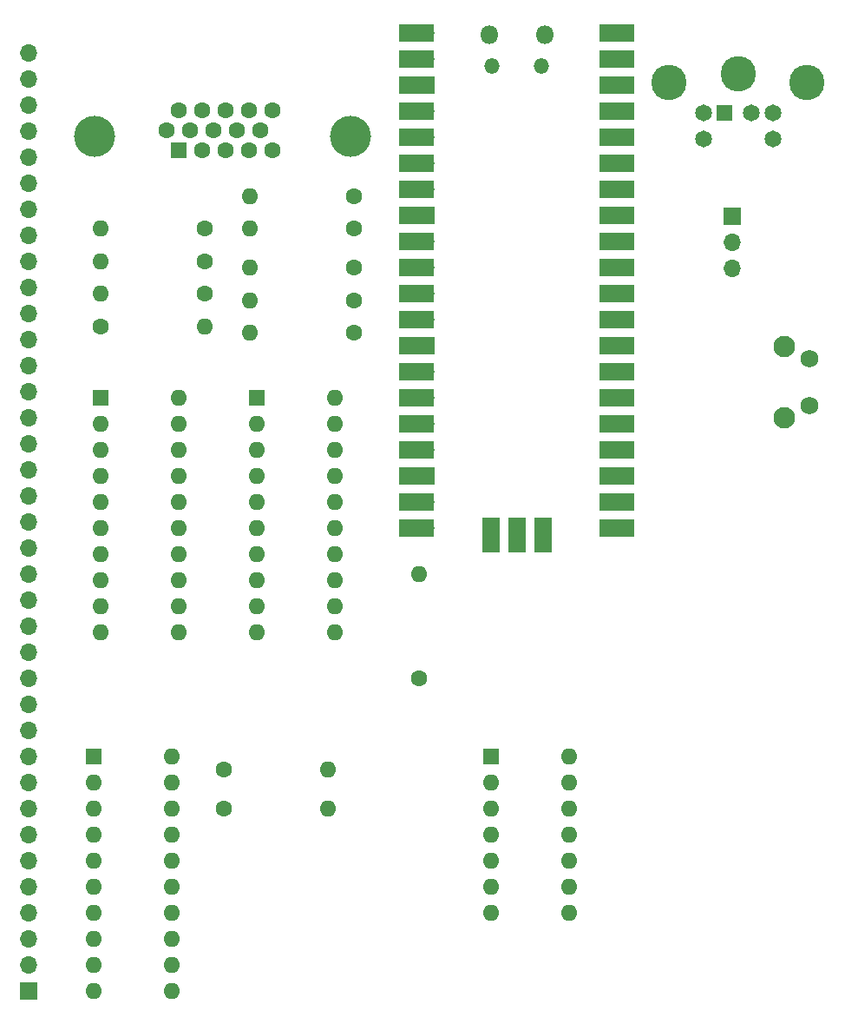
<source format=gbr>
%TF.GenerationSoftware,KiCad,Pcbnew,6.0.2+dfsg-1*%
%TF.CreationDate,2024-07-15T20:40:19+02:00*%
%TF.ProjectId,GDPico64,47445069-636f-4363-942e-6b696361645f,rev?*%
%TF.SameCoordinates,Original*%
%TF.FileFunction,Soldermask,Top*%
%TF.FilePolarity,Negative*%
%FSLAX46Y46*%
G04 Gerber Fmt 4.6, Leading zero omitted, Abs format (unit mm)*
G04 Created by KiCad (PCBNEW 6.0.2+dfsg-1) date 2024-07-15 20:40:19*
%MOMM*%
%LPD*%
G01*
G04 APERTURE LIST*
%ADD10C,1.600000*%
%ADD11O,1.600000X1.600000*%
%ADD12R,1.700000X1.700000*%
%ADD13O,1.700000X1.700000*%
%ADD14C,4.000000*%
%ADD15R,1.600000X1.600000*%
%ADD16C,2.100000*%
%ADD17C,1.750000*%
%ADD18R,1.650000X1.650000*%
%ADD19C,1.650000*%
%ADD20C,3.450000*%
%ADD21O,1.500000X1.500000*%
%ADD22O,1.800000X1.800000*%
%ADD23R,3.500000X1.700000*%
%ADD24R,1.700000X3.500000*%
G04 APERTURE END LIST*
D10*
%TO.C,R5*%
X93980000Y-51435000D03*
D11*
X83820000Y-51435000D03*
%TD*%
D10*
%TO.C,R2*%
X81280000Y-111125000D03*
D11*
X91440000Y-111125000D03*
%TD*%
D10*
%TO.C,R7*%
X93980000Y-58420000D03*
D11*
X83820000Y-58420000D03*
%TD*%
D10*
%TO.C,R3*%
X81280000Y-107315000D03*
D11*
X91440000Y-107315000D03*
%TD*%
D12*
%TO.C,J1*%
X62230000Y-128905000D03*
D13*
X62230000Y-126365000D03*
X62230000Y-123825000D03*
X62230000Y-121285000D03*
X62230000Y-118745000D03*
X62230000Y-116205000D03*
X62230000Y-113665000D03*
X62230000Y-111125000D03*
X62230000Y-108585000D03*
X62230000Y-106045000D03*
X62230000Y-103505000D03*
X62230000Y-100965000D03*
X62230000Y-98425000D03*
X62230000Y-95885000D03*
X62230000Y-93345000D03*
X62230000Y-90805000D03*
X62230000Y-88265000D03*
X62230000Y-85725000D03*
X62230000Y-83185000D03*
X62230000Y-80645000D03*
X62230000Y-78105000D03*
X62230000Y-75565000D03*
X62230000Y-73025000D03*
X62230000Y-70485000D03*
X62230000Y-67945000D03*
X62230000Y-65405000D03*
X62230000Y-62865000D03*
X62230000Y-60325000D03*
X62230000Y-57785000D03*
X62230000Y-55245000D03*
X62230000Y-52705000D03*
X62230000Y-50165000D03*
X62230000Y-47625000D03*
X62230000Y-45085000D03*
X62230000Y-42545000D03*
X62230000Y-40005000D03*
X62230000Y-37465000D03*
%TD*%
D10*
%TO.C,R10*%
X79375000Y-54610000D03*
D11*
X69215000Y-54610000D03*
%TD*%
D14*
%TO.C,J2*%
X93650000Y-45570000D03*
X68650000Y-45570000D03*
D15*
X76835000Y-46990000D03*
D10*
X79125000Y-46990000D03*
X81415000Y-46990000D03*
X83705000Y-46990000D03*
X85995000Y-46990000D03*
X75690000Y-45010000D03*
X77980000Y-45010000D03*
X80270000Y-45010000D03*
X82560000Y-45010000D03*
X84850000Y-45010000D03*
X76835000Y-43030000D03*
X79125000Y-43030000D03*
X81415000Y-43030000D03*
X83705000Y-43030000D03*
X85995000Y-43030000D03*
%TD*%
D16*
%TO.C,SW1*%
X135940000Y-73070000D03*
X135940000Y-66060000D03*
D17*
X138430000Y-67310000D03*
X138430000Y-71810000D03*
%TD*%
D10*
%TO.C,R11*%
X79375000Y-57785000D03*
D11*
X69215000Y-57785000D03*
%TD*%
D15*
%TO.C,U1*%
X69215000Y-71120000D03*
D11*
X69215000Y-73660000D03*
X69215000Y-76200000D03*
X69215000Y-78740000D03*
X69215000Y-81280000D03*
X69215000Y-83820000D03*
X69215000Y-86360000D03*
X69215000Y-88900000D03*
X69215000Y-91440000D03*
X69215000Y-93980000D03*
X76835000Y-93980000D03*
X76835000Y-91440000D03*
X76835000Y-88900000D03*
X76835000Y-86360000D03*
X76835000Y-83820000D03*
X76835000Y-81280000D03*
X76835000Y-78740000D03*
X76835000Y-76200000D03*
X76835000Y-73660000D03*
X76835000Y-71120000D03*
%TD*%
D15*
%TO.C,U2*%
X68580000Y-106045000D03*
D11*
X68580000Y-108585000D03*
X68580000Y-111125000D03*
X68580000Y-113665000D03*
X68580000Y-116205000D03*
X68580000Y-118745000D03*
X68580000Y-121285000D03*
X68580000Y-123825000D03*
X68580000Y-126365000D03*
X68580000Y-128905000D03*
X76200000Y-128905000D03*
X76200000Y-126365000D03*
X76200000Y-123825000D03*
X76200000Y-121285000D03*
X76200000Y-118745000D03*
X76200000Y-116205000D03*
X76200000Y-113665000D03*
X76200000Y-111125000D03*
X76200000Y-108585000D03*
X76200000Y-106045000D03*
%TD*%
D10*
%TO.C,R1*%
X100330000Y-98425000D03*
D11*
X100330000Y-88265000D03*
%TD*%
D10*
%TO.C,R6*%
X93980000Y-54610000D03*
D11*
X83820000Y-54610000D03*
%TD*%
D10*
%TO.C,R9*%
X93980000Y-64770000D03*
D11*
X83820000Y-64770000D03*
%TD*%
D10*
%TO.C,R4*%
X69215000Y-64135000D03*
D11*
X79375000Y-64135000D03*
%TD*%
D10*
%TO.C,R8*%
X93980000Y-61595000D03*
D11*
X83820000Y-61595000D03*
%TD*%
D15*
%TO.C,U5*%
X107315000Y-106045000D03*
D11*
X107315000Y-108585000D03*
X107315000Y-111125000D03*
X107315000Y-113665000D03*
X107315000Y-116205000D03*
X107315000Y-118745000D03*
X107315000Y-121285000D03*
X114935000Y-121285000D03*
X114935000Y-118745000D03*
X114935000Y-116205000D03*
X114935000Y-113665000D03*
X114935000Y-111125000D03*
X114935000Y-108585000D03*
X114935000Y-106045000D03*
%TD*%
D18*
%TO.C,J3*%
X130145000Y-43325000D03*
D19*
X132745000Y-43325000D03*
X128045000Y-43325000D03*
X134845000Y-43325000D03*
X128045000Y-45825000D03*
X134845000Y-45825000D03*
D20*
X131445000Y-39525000D03*
X138195000Y-40325000D03*
X124695000Y-40325000D03*
%TD*%
D10*
%TO.C,R12*%
X79375000Y-60960000D03*
D11*
X69215000Y-60960000D03*
%TD*%
D15*
%TO.C,U3*%
X84455000Y-71120000D03*
D11*
X84455000Y-73660000D03*
X84455000Y-76200000D03*
X84455000Y-78740000D03*
X84455000Y-81280000D03*
X84455000Y-83820000D03*
X84455000Y-86360000D03*
X84455000Y-88900000D03*
X84455000Y-91440000D03*
X84455000Y-93980000D03*
X92075000Y-93980000D03*
X92075000Y-91440000D03*
X92075000Y-88900000D03*
X92075000Y-86360000D03*
X92075000Y-83820000D03*
X92075000Y-81280000D03*
X92075000Y-78740000D03*
X92075000Y-76200000D03*
X92075000Y-73660000D03*
X92075000Y-71120000D03*
%TD*%
D12*
%TO.C,J4*%
X130880000Y-53355000D03*
D13*
X130880000Y-55895000D03*
X130880000Y-58435000D03*
%TD*%
D21*
%TO.C,U4*%
X112280000Y-38720000D03*
D22*
X107130000Y-35690000D03*
D21*
X107430000Y-38720000D03*
D22*
X112580000Y-35690000D03*
D23*
X100065000Y-35560000D03*
D13*
X100965000Y-35560000D03*
X100965000Y-38100000D03*
D23*
X100065000Y-38100000D03*
D12*
X100965000Y-40640000D03*
D23*
X100065000Y-40640000D03*
X100065000Y-43180000D03*
D13*
X100965000Y-43180000D03*
D23*
X100065000Y-45720000D03*
D13*
X100965000Y-45720000D03*
X100965000Y-48260000D03*
D23*
X100065000Y-48260000D03*
D13*
X100965000Y-50800000D03*
D23*
X100065000Y-50800000D03*
X100065000Y-53340000D03*
D12*
X100965000Y-53340000D03*
D23*
X100065000Y-55880000D03*
D13*
X100965000Y-55880000D03*
D23*
X100065000Y-58420000D03*
D13*
X100965000Y-58420000D03*
D23*
X100065000Y-60960000D03*
D13*
X100965000Y-60960000D03*
D23*
X100065000Y-63500000D03*
D13*
X100965000Y-63500000D03*
D23*
X100065000Y-66040000D03*
D12*
X100965000Y-66040000D03*
D13*
X100965000Y-68580000D03*
D23*
X100065000Y-68580000D03*
X100065000Y-71120000D03*
D13*
X100965000Y-71120000D03*
D23*
X100065000Y-73660000D03*
D13*
X100965000Y-73660000D03*
X100965000Y-76200000D03*
D23*
X100065000Y-76200000D03*
X100065000Y-78740000D03*
D12*
X100965000Y-78740000D03*
D13*
X100965000Y-81280000D03*
D23*
X100065000Y-81280000D03*
D13*
X100965000Y-83820000D03*
D23*
X100065000Y-83820000D03*
D13*
X118745000Y-83820000D03*
D23*
X119645000Y-83820000D03*
D13*
X118745000Y-81280000D03*
D23*
X119645000Y-81280000D03*
X119645000Y-78740000D03*
D12*
X118745000Y-78740000D03*
D23*
X119645000Y-76200000D03*
D13*
X118745000Y-76200000D03*
D23*
X119645000Y-73660000D03*
D13*
X118745000Y-73660000D03*
X118745000Y-71120000D03*
D23*
X119645000Y-71120000D03*
D13*
X118745000Y-68580000D03*
D23*
X119645000Y-68580000D03*
X119645000Y-66040000D03*
D12*
X118745000Y-66040000D03*
D23*
X119645000Y-63500000D03*
D13*
X118745000Y-63500000D03*
X118745000Y-60960000D03*
D23*
X119645000Y-60960000D03*
D13*
X118745000Y-58420000D03*
D23*
X119645000Y-58420000D03*
D13*
X118745000Y-55880000D03*
D23*
X119645000Y-55880000D03*
D12*
X118745000Y-53340000D03*
D23*
X119645000Y-53340000D03*
X119645000Y-50800000D03*
D13*
X118745000Y-50800000D03*
X118745000Y-48260000D03*
D23*
X119645000Y-48260000D03*
X119645000Y-45720000D03*
D13*
X118745000Y-45720000D03*
D23*
X119645000Y-43180000D03*
D13*
X118745000Y-43180000D03*
D12*
X118745000Y-40640000D03*
D23*
X119645000Y-40640000D03*
D13*
X118745000Y-38100000D03*
D23*
X119645000Y-38100000D03*
X119645000Y-35560000D03*
D13*
X118745000Y-35560000D03*
D24*
X107315000Y-84490000D03*
D13*
X107315000Y-83590000D03*
D12*
X109855000Y-83590000D03*
D24*
X109855000Y-84490000D03*
D13*
X112395000Y-83590000D03*
D24*
X112395000Y-84490000D03*
%TD*%
M02*

</source>
